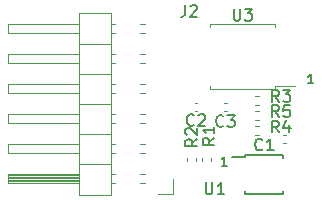
<source format=gbr>
G04 #@! TF.GenerationSoftware,KiCad,Pcbnew,5.1.9+dfsg1-1~bpo10+1*
G04 #@! TF.CreationDate,2022-11-27T17:15:41+01:00*
G04 #@! TF.ProjectId,FLASHTEMP,464c4153-4854-4454-9d50-2e6b69636164,rev?*
G04 #@! TF.SameCoordinates,Original*
G04 #@! TF.FileFunction,Legend,Top*
G04 #@! TF.FilePolarity,Positive*
%FSLAX46Y46*%
G04 Gerber Fmt 4.6, Leading zero omitted, Abs format (unit mm)*
G04 Created by KiCad (PCBNEW 5.1.9+dfsg1-1~bpo10+1) date 2022-11-27 17:15:41*
%MOMM*%
%LPD*%
G01*
G04 APERTURE LIST*
%ADD10C,0.150000*%
%ADD11C,0.120000*%
G04 APERTURE END LIST*
D10*
X114444285Y-48239285D02*
X114015714Y-48239285D01*
X114230000Y-48239285D02*
X114230000Y-47489285D01*
X114158571Y-47596428D01*
X114087142Y-47667857D01*
X114015714Y-47703571D01*
X107114285Y-55239285D02*
X106685714Y-55239285D01*
X106900000Y-55239285D02*
X106900000Y-54489285D01*
X106828571Y-54596428D01*
X106757142Y-54667857D01*
X106685714Y-54703571D01*
D11*
X108455000Y-43275000D02*
X105730000Y-43275000D01*
X105730000Y-43275000D02*
X105730000Y-43535000D01*
X108455000Y-43275000D02*
X111180000Y-43275000D01*
X111180000Y-43275000D02*
X111180000Y-43535000D01*
X108455000Y-48725000D02*
X105730000Y-48725000D01*
X105730000Y-48725000D02*
X105730000Y-48465000D01*
X108455000Y-48725000D02*
X111180000Y-48725000D01*
X111180000Y-48725000D02*
X111180000Y-48465000D01*
X111180000Y-48465000D02*
X112855000Y-48465000D01*
X109853641Y-50620000D02*
X109546359Y-50620000D01*
X109853641Y-51380000D02*
X109546359Y-51380000D01*
X109853641Y-51920000D02*
X109546359Y-51920000D01*
X109853641Y-52680000D02*
X109546359Y-52680000D01*
X109853641Y-49320000D02*
X109546359Y-49320000D01*
X109853641Y-50080000D02*
X109546359Y-50080000D01*
D10*
X108625000Y-54500000D02*
X107550000Y-54500000D01*
X108625000Y-57625000D02*
X111875000Y-57625000D01*
X108625000Y-54375000D02*
X111875000Y-54375000D01*
X108625000Y-57625000D02*
X108625000Y-57400000D01*
X111875000Y-57625000D02*
X111875000Y-57400000D01*
X111875000Y-54375000D02*
X111875000Y-54600000D01*
X108625000Y-54375000D02*
X108625000Y-54500000D01*
D11*
X106892164Y-50610000D02*
X107107836Y-50610000D01*
X106892164Y-49890000D02*
X107107836Y-49890000D01*
X104607836Y-49890000D02*
X104392164Y-49890000D01*
X104607836Y-50610000D02*
X104392164Y-50610000D01*
X103786000Y-54567359D02*
X103786000Y-54874641D01*
X104546000Y-54567359D02*
X104546000Y-54874641D01*
X105036000Y-54567359D02*
X105036000Y-54874641D01*
X105796000Y-54567359D02*
X105796000Y-54874641D01*
X112107836Y-52640000D02*
X111892164Y-52640000D01*
X112107836Y-53360000D02*
X111892164Y-53360000D01*
X97290000Y-57680000D02*
X97290000Y-42320000D01*
X97290000Y-42320000D02*
X94630000Y-42320000D01*
X94630000Y-42320000D02*
X94630000Y-57680000D01*
X94630000Y-57680000D02*
X97290000Y-57680000D01*
X94630000Y-56730000D02*
X88630000Y-56730000D01*
X88630000Y-56730000D02*
X88630000Y-55970000D01*
X88630000Y-55970000D02*
X94630000Y-55970000D01*
X94630000Y-56670000D02*
X88630000Y-56670000D01*
X94630000Y-56550000D02*
X88630000Y-56550000D01*
X94630000Y-56430000D02*
X88630000Y-56430000D01*
X94630000Y-56310000D02*
X88630000Y-56310000D01*
X94630000Y-56190000D02*
X88630000Y-56190000D01*
X94630000Y-56070000D02*
X88630000Y-56070000D01*
X97687071Y-56730000D02*
X97290000Y-56730000D01*
X97687071Y-55970000D02*
X97290000Y-55970000D01*
X100160000Y-56730000D02*
X99772929Y-56730000D01*
X100160000Y-55970000D02*
X99772929Y-55970000D01*
X97290000Y-55080000D02*
X94630000Y-55080000D01*
X94630000Y-54190000D02*
X88630000Y-54190000D01*
X88630000Y-54190000D02*
X88630000Y-53430000D01*
X88630000Y-53430000D02*
X94630000Y-53430000D01*
X97687071Y-54190000D02*
X97290000Y-54190000D01*
X97687071Y-53430000D02*
X97290000Y-53430000D01*
X100227071Y-54190000D02*
X99772929Y-54190000D01*
X100227071Y-53430000D02*
X99772929Y-53430000D01*
X97290000Y-52540000D02*
X94630000Y-52540000D01*
X94630000Y-51650000D02*
X88630000Y-51650000D01*
X88630000Y-51650000D02*
X88630000Y-50890000D01*
X88630000Y-50890000D02*
X94630000Y-50890000D01*
X97687071Y-51650000D02*
X97290000Y-51650000D01*
X97687071Y-50890000D02*
X97290000Y-50890000D01*
X100227071Y-51650000D02*
X99772929Y-51650000D01*
X100227071Y-50890000D02*
X99772929Y-50890000D01*
X97290000Y-50000000D02*
X94630000Y-50000000D01*
X94630000Y-49110000D02*
X88630000Y-49110000D01*
X88630000Y-49110000D02*
X88630000Y-48350000D01*
X88630000Y-48350000D02*
X94630000Y-48350000D01*
X97687071Y-49110000D02*
X97290000Y-49110000D01*
X97687071Y-48350000D02*
X97290000Y-48350000D01*
X100227071Y-49110000D02*
X99772929Y-49110000D01*
X100227071Y-48350000D02*
X99772929Y-48350000D01*
X97290000Y-47460000D02*
X94630000Y-47460000D01*
X94630000Y-46570000D02*
X88630000Y-46570000D01*
X88630000Y-46570000D02*
X88630000Y-45810000D01*
X88630000Y-45810000D02*
X94630000Y-45810000D01*
X97687071Y-46570000D02*
X97290000Y-46570000D01*
X97687071Y-45810000D02*
X97290000Y-45810000D01*
X100227071Y-46570000D02*
X99772929Y-46570000D01*
X100227071Y-45810000D02*
X99772929Y-45810000D01*
X97290000Y-44920000D02*
X94630000Y-44920000D01*
X94630000Y-44030000D02*
X88630000Y-44030000D01*
X88630000Y-44030000D02*
X88630000Y-43270000D01*
X88630000Y-43270000D02*
X94630000Y-43270000D01*
X97687071Y-44030000D02*
X97290000Y-44030000D01*
X97687071Y-43270000D02*
X97290000Y-43270000D01*
X100227071Y-44030000D02*
X99772929Y-44030000D01*
X100227071Y-43270000D02*
X99772929Y-43270000D01*
X102540000Y-56350000D02*
X102540000Y-57620000D01*
X102540000Y-57620000D02*
X101270000Y-57620000D01*
D10*
X107693095Y-41952380D02*
X107693095Y-42761904D01*
X107740714Y-42857142D01*
X107788333Y-42904761D01*
X107883571Y-42952380D01*
X108074047Y-42952380D01*
X108169285Y-42904761D01*
X108216904Y-42857142D01*
X108264523Y-42761904D01*
X108264523Y-41952380D01*
X108645476Y-41952380D02*
X109264523Y-41952380D01*
X108931190Y-42333333D01*
X109074047Y-42333333D01*
X109169285Y-42380952D01*
X109216904Y-42428571D01*
X109264523Y-42523809D01*
X109264523Y-42761904D01*
X109216904Y-42857142D01*
X109169285Y-42904761D01*
X109074047Y-42952380D01*
X108788333Y-42952380D01*
X108693095Y-42904761D01*
X108645476Y-42857142D01*
X111533333Y-51122380D02*
X111200000Y-50646190D01*
X110961904Y-51122380D02*
X110961904Y-50122380D01*
X111342857Y-50122380D01*
X111438095Y-50170000D01*
X111485714Y-50217619D01*
X111533333Y-50312857D01*
X111533333Y-50455714D01*
X111485714Y-50550952D01*
X111438095Y-50598571D01*
X111342857Y-50646190D01*
X110961904Y-50646190D01*
X112438095Y-50122380D02*
X111961904Y-50122380D01*
X111914285Y-50598571D01*
X111961904Y-50550952D01*
X112057142Y-50503333D01*
X112295238Y-50503333D01*
X112390476Y-50550952D01*
X112438095Y-50598571D01*
X112485714Y-50693809D01*
X112485714Y-50931904D01*
X112438095Y-51027142D01*
X112390476Y-51074761D01*
X112295238Y-51122380D01*
X112057142Y-51122380D01*
X111961904Y-51074761D01*
X111914285Y-51027142D01*
X111533333Y-52422380D02*
X111200000Y-51946190D01*
X110961904Y-52422380D02*
X110961904Y-51422380D01*
X111342857Y-51422380D01*
X111438095Y-51470000D01*
X111485714Y-51517619D01*
X111533333Y-51612857D01*
X111533333Y-51755714D01*
X111485714Y-51850952D01*
X111438095Y-51898571D01*
X111342857Y-51946190D01*
X110961904Y-51946190D01*
X112390476Y-51755714D02*
X112390476Y-52422380D01*
X112152380Y-51374761D02*
X111914285Y-52089047D01*
X112533333Y-52089047D01*
X111533333Y-49822380D02*
X111200000Y-49346190D01*
X110961904Y-49822380D02*
X110961904Y-48822380D01*
X111342857Y-48822380D01*
X111438095Y-48870000D01*
X111485714Y-48917619D01*
X111533333Y-49012857D01*
X111533333Y-49155714D01*
X111485714Y-49250952D01*
X111438095Y-49298571D01*
X111342857Y-49346190D01*
X110961904Y-49346190D01*
X111866666Y-48822380D02*
X112485714Y-48822380D01*
X112152380Y-49203333D01*
X112295238Y-49203333D01*
X112390476Y-49250952D01*
X112438095Y-49298571D01*
X112485714Y-49393809D01*
X112485714Y-49631904D01*
X112438095Y-49727142D01*
X112390476Y-49774761D01*
X112295238Y-49822380D01*
X112009523Y-49822380D01*
X111914285Y-49774761D01*
X111866666Y-49727142D01*
X105338095Y-56652380D02*
X105338095Y-57461904D01*
X105385714Y-57557142D01*
X105433333Y-57604761D01*
X105528571Y-57652380D01*
X105719047Y-57652380D01*
X105814285Y-57604761D01*
X105861904Y-57557142D01*
X105909523Y-57461904D01*
X105909523Y-56652380D01*
X106909523Y-57652380D02*
X106338095Y-57652380D01*
X106623809Y-57652380D02*
X106623809Y-56652380D01*
X106528571Y-56795238D01*
X106433333Y-56890476D01*
X106338095Y-56938095D01*
X106833333Y-51857142D02*
X106785714Y-51904761D01*
X106642857Y-51952380D01*
X106547619Y-51952380D01*
X106404761Y-51904761D01*
X106309523Y-51809523D01*
X106261904Y-51714285D01*
X106214285Y-51523809D01*
X106214285Y-51380952D01*
X106261904Y-51190476D01*
X106309523Y-51095238D01*
X106404761Y-51000000D01*
X106547619Y-50952380D01*
X106642857Y-50952380D01*
X106785714Y-51000000D01*
X106833333Y-51047619D01*
X107166666Y-50952380D02*
X107785714Y-50952380D01*
X107452380Y-51333333D01*
X107595238Y-51333333D01*
X107690476Y-51380952D01*
X107738095Y-51428571D01*
X107785714Y-51523809D01*
X107785714Y-51761904D01*
X107738095Y-51857142D01*
X107690476Y-51904761D01*
X107595238Y-51952380D01*
X107309523Y-51952380D01*
X107214285Y-51904761D01*
X107166666Y-51857142D01*
X104333333Y-51767142D02*
X104285714Y-51814761D01*
X104142857Y-51862380D01*
X104047619Y-51862380D01*
X103904761Y-51814761D01*
X103809523Y-51719523D01*
X103761904Y-51624285D01*
X103714285Y-51433809D01*
X103714285Y-51290952D01*
X103761904Y-51100476D01*
X103809523Y-51005238D01*
X103904761Y-50910000D01*
X104047619Y-50862380D01*
X104142857Y-50862380D01*
X104285714Y-50910000D01*
X104333333Y-50957619D01*
X104714285Y-50957619D02*
X104761904Y-50910000D01*
X104857142Y-50862380D01*
X105095238Y-50862380D01*
X105190476Y-50910000D01*
X105238095Y-50957619D01*
X105285714Y-51052857D01*
X105285714Y-51148095D01*
X105238095Y-51290952D01*
X104666666Y-51862380D01*
X105285714Y-51862380D01*
X104618380Y-52987666D02*
X104142190Y-53321000D01*
X104618380Y-53559095D02*
X103618380Y-53559095D01*
X103618380Y-53178142D01*
X103666000Y-53082904D01*
X103713619Y-53035285D01*
X103808857Y-52987666D01*
X103951714Y-52987666D01*
X104046952Y-53035285D01*
X104094571Y-53082904D01*
X104142190Y-53178142D01*
X104142190Y-53559095D01*
X103713619Y-52606714D02*
X103666000Y-52559095D01*
X103618380Y-52463857D01*
X103618380Y-52225761D01*
X103666000Y-52130523D01*
X103713619Y-52082904D01*
X103808857Y-52035285D01*
X103904095Y-52035285D01*
X104046952Y-52082904D01*
X104618380Y-52654333D01*
X104618380Y-52035285D01*
X106068380Y-52887666D02*
X105592190Y-53221000D01*
X106068380Y-53459095D02*
X105068380Y-53459095D01*
X105068380Y-53078142D01*
X105116000Y-52982904D01*
X105163619Y-52935285D01*
X105258857Y-52887666D01*
X105401714Y-52887666D01*
X105496952Y-52935285D01*
X105544571Y-52982904D01*
X105592190Y-53078142D01*
X105592190Y-53459095D01*
X106068380Y-51935285D02*
X106068380Y-52506714D01*
X106068380Y-52221000D02*
X105068380Y-52221000D01*
X105211238Y-52316238D01*
X105306476Y-52411476D01*
X105354095Y-52506714D01*
X110133333Y-53857142D02*
X110085714Y-53904761D01*
X109942857Y-53952380D01*
X109847619Y-53952380D01*
X109704761Y-53904761D01*
X109609523Y-53809523D01*
X109561904Y-53714285D01*
X109514285Y-53523809D01*
X109514285Y-53380952D01*
X109561904Y-53190476D01*
X109609523Y-53095238D01*
X109704761Y-53000000D01*
X109847619Y-52952380D01*
X109942857Y-52952380D01*
X110085714Y-53000000D01*
X110133333Y-53047619D01*
X111085714Y-53952380D02*
X110514285Y-53952380D01*
X110800000Y-53952380D02*
X110800000Y-52952380D01*
X110704761Y-53095238D01*
X110609523Y-53190476D01*
X110514285Y-53238095D01*
X103596666Y-41652380D02*
X103596666Y-42366666D01*
X103549047Y-42509523D01*
X103453809Y-42604761D01*
X103310952Y-42652380D01*
X103215714Y-42652380D01*
X104025238Y-41747619D02*
X104072857Y-41700000D01*
X104168095Y-41652380D01*
X104406190Y-41652380D01*
X104501428Y-41700000D01*
X104549047Y-41747619D01*
X104596666Y-41842857D01*
X104596666Y-41938095D01*
X104549047Y-42080952D01*
X103977619Y-42652380D01*
X104596666Y-42652380D01*
M02*

</source>
